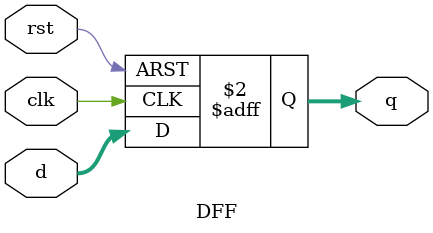
<source format=v>
module DFF (clk,rst,d,q);
//Parameters
parameter WIDTH = 32;
//IO Ports
input [WIDTH-1:0] d;
input clk,rst;
output reg [WIDTH-1:0] q;
//Functionality
always @(posedge clk or posedge rst) begin
	if (rst) begin
		q<=0;		
	end
	else begin
		q<=d;
	end
end
endmodule
</source>
